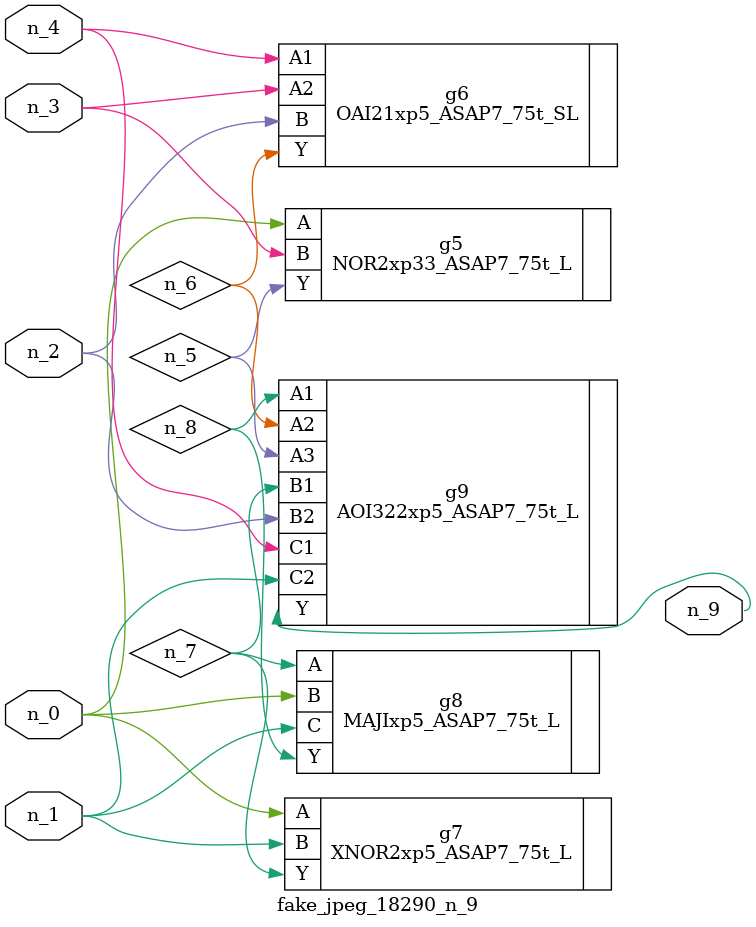
<source format=v>
module fake_jpeg_18290_n_9 (n_3, n_2, n_1, n_0, n_4, n_9);

input n_3;
input n_2;
input n_1;
input n_0;
input n_4;

output n_9;

wire n_8;
wire n_6;
wire n_5;
wire n_7;

NOR2xp33_ASAP7_75t_L g5 ( 
.A(n_0),
.B(n_3),
.Y(n_5)
);

OAI21xp5_ASAP7_75t_SL g6 ( 
.A1(n_4),
.A2(n_3),
.B(n_2),
.Y(n_6)
);

XNOR2xp5_ASAP7_75t_L g7 ( 
.A(n_0),
.B(n_1),
.Y(n_7)
);

MAJIxp5_ASAP7_75t_L g8 ( 
.A(n_7),
.B(n_0),
.C(n_1),
.Y(n_8)
);

AOI322xp5_ASAP7_75t_L g9 ( 
.A1(n_8),
.A2(n_6),
.A3(n_5),
.B1(n_7),
.B2(n_2),
.C1(n_4),
.C2(n_1),
.Y(n_9)
);


endmodule
</source>
